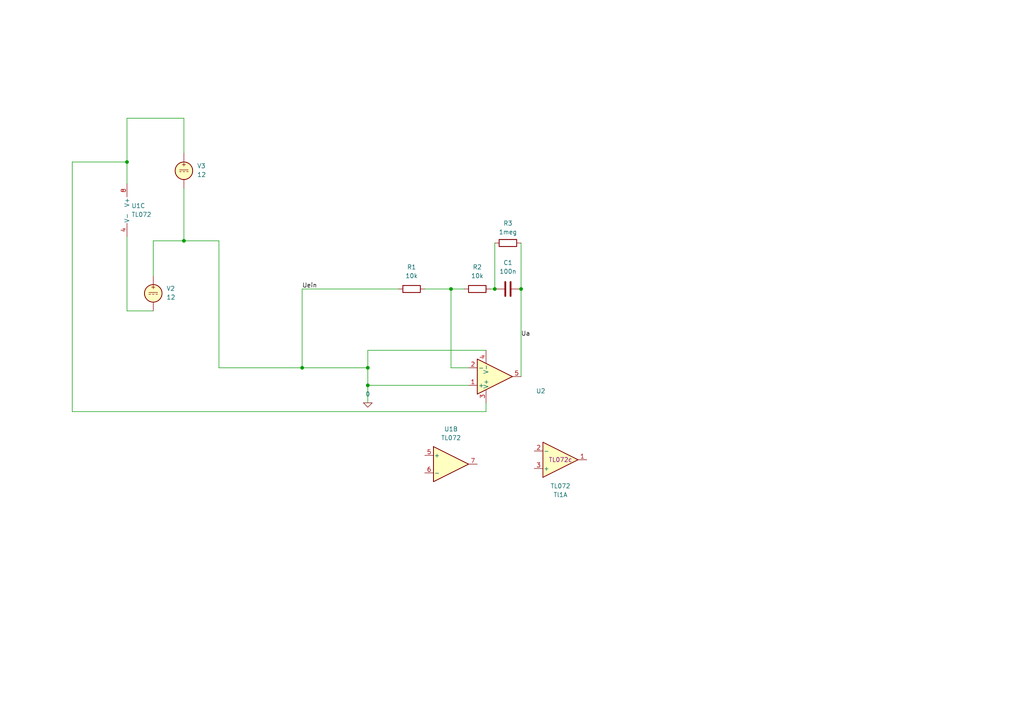
<source format=kicad_sch>
(kicad_sch (version 20230121) (generator eeschema)

  (uuid a0d6be7d-dc17-4140-af3a-dd06a84ffc83)

  (paper "A4")

  (lib_symbols
    (symbol "Amplifier_Operational:TL072" (pin_names (offset 0.127)) (in_bom yes) (on_board yes)
      (property "Reference" "U" (at 0 5.08 0)
        (effects (font (size 1.27 1.27)) (justify left))
      )
      (property "Value" "TL072" (at 0 -5.08 0)
        (effects (font (size 1.27 1.27)) (justify left))
      )
      (property "Footprint" "" (at 0 0 0)
        (effects (font (size 1.27 1.27)) hide)
      )
      (property "Datasheet" "http://www.ti.com/lit/ds/symlink/tl071.pdf" (at 0 0 0)
        (effects (font (size 1.27 1.27)) hide)
      )
      (property "ki_locked" "" (at 0 0 0)
        (effects (font (size 1.27 1.27)))
      )
      (property "ki_keywords" "dual opamp" (at 0 0 0)
        (effects (font (size 1.27 1.27)) hide)
      )
      (property "ki_description" "Dual Low-Noise JFET-Input Operational Amplifiers, DIP-8/SOIC-8" (at 0 0 0)
        (effects (font (size 1.27 1.27)) hide)
      )
      (property "ki_fp_filters" "SOIC*3.9x4.9mm*P1.27mm* DIP*W7.62mm* TO*99* OnSemi*Micro8* TSSOP*3x3mm*P0.65mm* TSSOP*4.4x3mm*P0.65mm* MSOP*3x3mm*P0.65mm* SSOP*3.9x4.9mm*P0.635mm* LFCSP*2x2mm*P0.5mm* *SIP* SOIC*5.3x6.2mm*P1.27mm*" (at 0 0 0)
        (effects (font (size 1.27 1.27)) hide)
      )
      (symbol "TL072_1_1"
        (polyline
          (pts
            (xy -5.08 5.08)
            (xy 5.08 0)
            (xy -5.08 -5.08)
            (xy -5.08 5.08)
          )
          (stroke (width 0.254) (type default))
          (fill (type background))
        )
        (pin output line (at 7.62 0 180) (length 2.54)
          (name "~" (effects (font (size 1.27 1.27))))
          (number "1" (effects (font (size 1.27 1.27))))
        )
        (pin input line (at -7.62 -2.54 0) (length 2.54)
          (name "-" (effects (font (size 1.27 1.27))))
          (number "2" (effects (font (size 1.27 1.27))))
        )
        (pin input line (at -7.62 2.54 0) (length 2.54)
          (name "+" (effects (font (size 1.27 1.27))))
          (number "3" (effects (font (size 1.27 1.27))))
        )
      )
      (symbol "TL072_2_1"
        (polyline
          (pts
            (xy -5.08 5.08)
            (xy 5.08 0)
            (xy -5.08 -5.08)
            (xy -5.08 5.08)
          )
          (stroke (width 0.254) (type default))
          (fill (type background))
        )
        (pin input line (at -7.62 2.54 0) (length 2.54)
          (name "+" (effects (font (size 1.27 1.27))))
          (number "5" (effects (font (size 1.27 1.27))))
        )
        (pin input line (at -7.62 -2.54 0) (length 2.54)
          (name "-" (effects (font (size 1.27 1.27))))
          (number "6" (effects (font (size 1.27 1.27))))
        )
        (pin output line (at 7.62 0 180) (length 2.54)
          (name "~" (effects (font (size 1.27 1.27))))
          (number "7" (effects (font (size 1.27 1.27))))
        )
      )
      (symbol "TL072_3_1"
        (pin power_in line (at -2.54 -7.62 90) (length 3.81)
          (name "V-" (effects (font (size 1.27 1.27))))
          (number "4" (effects (font (size 1.27 1.27))))
        )
        (pin power_in line (at -2.54 7.62 270) (length 3.81)
          (name "V+" (effects (font (size 1.27 1.27))))
          (number "8" (effects (font (size 1.27 1.27))))
        )
      )
    )
    (symbol "Device:C" (pin_numbers hide) (pin_names (offset 0.254)) (in_bom yes) (on_board yes)
      (property "Reference" "C" (at 0.635 2.54 0)
        (effects (font (size 1.27 1.27)) (justify left))
      )
      (property "Value" "C" (at 0.635 -2.54 0)
        (effects (font (size 1.27 1.27)) (justify left))
      )
      (property "Footprint" "" (at 0.9652 -3.81 0)
        (effects (font (size 1.27 1.27)) hide)
      )
      (property "Datasheet" "~" (at 0 0 0)
        (effects (font (size 1.27 1.27)) hide)
      )
      (property "ki_keywords" "cap capacitor" (at 0 0 0)
        (effects (font (size 1.27 1.27)) hide)
      )
      (property "ki_description" "Unpolarized capacitor" (at 0 0 0)
        (effects (font (size 1.27 1.27)) hide)
      )
      (property "ki_fp_filters" "C_*" (at 0 0 0)
        (effects (font (size 1.27 1.27)) hide)
      )
      (symbol "C_0_1"
        (polyline
          (pts
            (xy -2.032 -0.762)
            (xy 2.032 -0.762)
          )
          (stroke (width 0.508) (type default))
          (fill (type none))
        )
        (polyline
          (pts
            (xy -2.032 0.762)
            (xy 2.032 0.762)
          )
          (stroke (width 0.508) (type default))
          (fill (type none))
        )
      )
      (symbol "C_1_1"
        (pin passive line (at 0 3.81 270) (length 2.794)
          (name "~" (effects (font (size 1.27 1.27))))
          (number "1" (effects (font (size 1.27 1.27))))
        )
        (pin passive line (at 0 -3.81 90) (length 2.794)
          (name "~" (effects (font (size 1.27 1.27))))
          (number "2" (effects (font (size 1.27 1.27))))
        )
      )
    )
    (symbol "Device:R" (pin_numbers hide) (pin_names (offset 0)) (in_bom yes) (on_board yes)
      (property "Reference" "R" (at 2.032 0 90)
        (effects (font (size 1.27 1.27)))
      )
      (property "Value" "R" (at 0 0 90)
        (effects (font (size 1.27 1.27)))
      )
      (property "Footprint" "" (at -1.778 0 90)
        (effects (font (size 1.27 1.27)) hide)
      )
      (property "Datasheet" "~" (at 0 0 0)
        (effects (font (size 1.27 1.27)) hide)
      )
      (property "ki_keywords" "R res resistor" (at 0 0 0)
        (effects (font (size 1.27 1.27)) hide)
      )
      (property "ki_description" "Resistor" (at 0 0 0)
        (effects (font (size 1.27 1.27)) hide)
      )
      (property "ki_fp_filters" "R_*" (at 0 0 0)
        (effects (font (size 1.27 1.27)) hide)
      )
      (symbol "R_0_1"
        (rectangle (start -1.016 -2.54) (end 1.016 2.54)
          (stroke (width 0.254) (type default))
          (fill (type none))
        )
      )
      (symbol "R_1_1"
        (pin passive line (at 0 3.81 270) (length 1.27)
          (name "~" (effects (font (size 1.27 1.27))))
          (number "1" (effects (font (size 1.27 1.27))))
        )
        (pin passive line (at 0 -3.81 90) (length 1.27)
          (name "~" (effects (font (size 1.27 1.27))))
          (number "2" (effects (font (size 1.27 1.27))))
        )
      )
    )
    (symbol "Simulation_SPICE:0" (power) (pin_names (offset 0)) (in_bom yes) (on_board yes)
      (property "Reference" "#GND" (at 0 -2.54 0)
        (effects (font (size 1.27 1.27)) hide)
      )
      (property "Value" "0" (at 0 -1.778 0)
        (effects (font (size 1.27 1.27)))
      )
      (property "Footprint" "" (at 0 0 0)
        (effects (font (size 1.27 1.27)) hide)
      )
      (property "Datasheet" "~" (at 0 0 0)
        (effects (font (size 1.27 1.27)) hide)
      )
      (property "ki_keywords" "simulation" (at 0 0 0)
        (effects (font (size 1.27 1.27)) hide)
      )
      (property "ki_description" "0V reference potential for simulation" (at 0 0 0)
        (effects (font (size 1.27 1.27)) hide)
      )
      (symbol "0_0_1"
        (polyline
          (pts
            (xy -1.27 0)
            (xy 0 -1.27)
            (xy 1.27 0)
            (xy -1.27 0)
          )
          (stroke (width 0) (type default))
          (fill (type none))
        )
      )
      (symbol "0_1_1"
        (pin power_in line (at 0 0 0) (length 0) hide
          (name "0" (effects (font (size 1.016 1.016))))
          (number "1" (effects (font (size 1.016 1.016))))
        )
      )
    )
    (symbol "Simulation_SPICE:OPAMP" (pin_names (offset 0.254)) (in_bom yes) (on_board yes)
      (property "Reference" "U" (at 3.81 3.175 0)
        (effects (font (size 1.27 1.27)) (justify left))
      )
      (property "Value" "${SIM.PARAMS}" (at 3.81 -3.175 0)
        (effects (font (size 1.27 1.27)) (justify left))
      )
      (property "Footprint" "" (at 0 0 0)
        (effects (font (size 1.27 1.27)) hide)
      )
      (property "Datasheet" "~" (at 0 0 0)
        (effects (font (size 1.27 1.27)) hide)
      )
      (property "Sim.Pins" "1=in+ 2=in- 3=vcc 4=vee 5=out" (at 0 0 0)
        (effects (font (size 1.27 1.27)) hide)
      )
      (property "Sim.Device" "SUBCKT" (at 0 0 0)
        (effects (font (size 1.27 1.27)) (justify left) hide)
      )
      (property "Sim.Library" "${KICAD7_SYMBOL_DIR}/Simulation_SPICE.sp" (at 0 0 0)
        (effects (font (size 1.27 1.27)) hide)
      )
      (property "Sim.Name" "kicad_builtin_opamp" (at 0 0 0)
        (effects (font (size 1.27 1.27)) hide)
      )
      (property "ki_keywords" "simulation" (at 0 0 0)
        (effects (font (size 1.27 1.27)) hide)
      )
      (property "ki_description" "Operational amplifier, single, node sequence=1:+ 2:- 3:OUT 4:V+ 5:V-" (at 0 0 0)
        (effects (font (size 1.27 1.27)) hide)
      )
      (symbol "OPAMP_0_1"
        (polyline
          (pts
            (xy 5.08 0)
            (xy -5.08 5.08)
            (xy -5.08 -5.08)
            (xy 5.08 0)
          )
          (stroke (width 0.254) (type default))
          (fill (type background))
        )
      )
      (symbol "OPAMP_1_1"
        (pin input line (at -7.62 2.54 0) (length 2.54)
          (name "+" (effects (font (size 1.27 1.27))))
          (number "1" (effects (font (size 1.27 1.27))))
        )
        (pin input line (at -7.62 -2.54 0) (length 2.54)
          (name "-" (effects (font (size 1.27 1.27))))
          (number "2" (effects (font (size 1.27 1.27))))
        )
        (pin power_in line (at -2.54 7.62 270) (length 3.81)
          (name "V+" (effects (font (size 1.27 1.27))))
          (number "3" (effects (font (size 1.27 1.27))))
        )
        (pin power_in line (at -2.54 -7.62 90) (length 3.81)
          (name "V-" (effects (font (size 1.27 1.27))))
          (number "4" (effects (font (size 1.27 1.27))))
        )
        (pin output line (at 7.62 0 180) (length 2.54)
          (name "~" (effects (font (size 1.27 1.27))))
          (number "5" (effects (font (size 1.27 1.27))))
        )
      )
    )
    (symbol "Simulation_SPICE:VDC" (pin_numbers hide) (pin_names (offset 0.0254)) (in_bom yes) (on_board yes)
      (property "Reference" "V" (at 2.54 2.54 0)
        (effects (font (size 1.27 1.27)) (justify left))
      )
      (property "Value" "1" (at 2.54 0 0)
        (effects (font (size 1.27 1.27)) (justify left))
      )
      (property "Footprint" "" (at 0 0 0)
        (effects (font (size 1.27 1.27)) hide)
      )
      (property "Datasheet" "~" (at 0 0 0)
        (effects (font (size 1.27 1.27)) hide)
      )
      (property "Sim.Pins" "1=+ 2=-" (at 0 0 0)
        (effects (font (size 1.27 1.27)) hide)
      )
      (property "Sim.Type" "DC" (at 0 0 0)
        (effects (font (size 1.27 1.27)) hide)
      )
      (property "Sim.Device" "V" (at 0 0 0)
        (effects (font (size 1.27 1.27)) (justify left) hide)
      )
      (property "ki_keywords" "simulation" (at 0 0 0)
        (effects (font (size 1.27 1.27)) hide)
      )
      (property "ki_description" "Voltage source, DC" (at 0 0 0)
        (effects (font (size 1.27 1.27)) hide)
      )
      (symbol "VDC_0_0"
        (polyline
          (pts
            (xy -1.27 0.254)
            (xy 1.27 0.254)
          )
          (stroke (width 0) (type default))
          (fill (type none))
        )
        (polyline
          (pts
            (xy -0.762 -0.254)
            (xy -1.27 -0.254)
          )
          (stroke (width 0) (type default))
          (fill (type none))
        )
        (polyline
          (pts
            (xy 0.254 -0.254)
            (xy -0.254 -0.254)
          )
          (stroke (width 0) (type default))
          (fill (type none))
        )
        (polyline
          (pts
            (xy 1.27 -0.254)
            (xy 0.762 -0.254)
          )
          (stroke (width 0) (type default))
          (fill (type none))
        )
        (text "+" (at 0 1.905 0)
          (effects (font (size 1.27 1.27)))
        )
      )
      (symbol "VDC_0_1"
        (circle (center 0 0) (radius 2.54)
          (stroke (width 0.254) (type default))
          (fill (type background))
        )
      )
      (symbol "VDC_1_1"
        (pin passive line (at 0 5.08 270) (length 2.54)
          (name "~" (effects (font (size 1.27 1.27))))
          (number "1" (effects (font (size 1.27 1.27))))
        )
        (pin passive line (at 0 -5.08 90) (length 2.54)
          (name "~" (effects (font (size 1.27 1.27))))
          (number "2" (effects (font (size 1.27 1.27))))
        )
      )
    )
  )

  (junction (at 36.83 46.99) (diameter 0) (color 0 0 0 0)
    (uuid 17cd8f3c-dc7a-4cda-af86-16c33fb76914)
  )
  (junction (at 130.81 83.82) (diameter 0) (color 0 0 0 0)
    (uuid 1f35fd92-9f48-4cac-90cb-c38c084c738f)
  )
  (junction (at 106.68 106.68) (diameter 0) (color 0 0 0 0)
    (uuid 45e6dc63-ff16-4748-9cd2-1011946e72a3)
  )
  (junction (at 143.51 83.82) (diameter 0) (color 0 0 0 0)
    (uuid 46e9afc9-3a67-462b-b676-d767fabf4127)
  )
  (junction (at 53.34 69.85) (diameter 0) (color 0 0 0 0)
    (uuid 86252a3a-48c5-44c5-b7c2-a5f700e6abfb)
  )
  (junction (at 151.13 83.82) (diameter 0) (color 0 0 0 0)
    (uuid c007e36e-260c-4644-9520-201303029780)
  )
  (junction (at 87.63 106.68) (diameter 0) (color 0 0 0 0)
    (uuid cc3160a8-bafb-4e8a-bc64-91debfc21402)
  )
  (junction (at 106.68 111.76) (diameter 0) (color 0 0 0 0)
    (uuid e516277c-6c88-4af1-a7df-3ee067d8c257)
  )

  (wire (pts (xy 44.45 90.17) (xy 36.83 90.17))
    (stroke (width 0) (type default))
    (uuid 02f81055-2402-4705-92b7-ca64823c6e75)
  )
  (wire (pts (xy 142.24 83.82) (xy 143.51 83.82))
    (stroke (width 0) (type default))
    (uuid 0782005d-be72-4fc3-8519-b058e22bd0ae)
  )
  (wire (pts (xy 135.89 106.68) (xy 130.81 106.68))
    (stroke (width 0) (type default))
    (uuid 165f7539-cdb9-4671-af8a-ae2e5f916802)
  )
  (wire (pts (xy 140.97 116.84) (xy 140.97 119.38))
    (stroke (width 0) (type default))
    (uuid 381491f7-da1c-473b-9d93-649b3f2845a3)
  )
  (wire (pts (xy 106.68 101.6) (xy 106.68 106.68))
    (stroke (width 0) (type default))
    (uuid 3c7e9846-ff82-4885-b90b-35f4024cfe4a)
  )
  (wire (pts (xy 140.97 101.6) (xy 106.68 101.6))
    (stroke (width 0) (type default))
    (uuid 4e4105f7-cab8-49c3-a46a-43e60c99129f)
  )
  (wire (pts (xy 140.97 119.38) (xy 20.955 119.38))
    (stroke (width 0) (type default))
    (uuid 54b71afa-1176-46cc-b9c5-440cb3f5ea15)
  )
  (wire (pts (xy 106.68 106.68) (xy 87.63 106.68))
    (stroke (width 0) (type default))
    (uuid 55351f52-36da-4d3a-acba-ee89c4a42f66)
  )
  (wire (pts (xy 106.68 111.76) (xy 106.68 116.84))
    (stroke (width 0) (type default))
    (uuid 574781a6-846a-45f3-a62e-6595103c47cc)
  )
  (wire (pts (xy 36.83 46.99) (xy 36.83 53.34))
    (stroke (width 0) (type default))
    (uuid 68523cff-b321-4e52-8c47-2e2e2ec817e2)
  )
  (wire (pts (xy 143.51 70.485) (xy 143.51 83.82))
    (stroke (width 0) (type default))
    (uuid 6a519390-e982-4cd2-8562-50cf2a8afd1e)
  )
  (wire (pts (xy 87.63 83.82) (xy 87.63 106.68))
    (stroke (width 0) (type default))
    (uuid 7b9a8a62-81c0-4e81-a500-d2e449367006)
  )
  (wire (pts (xy 36.83 34.29) (xy 36.83 46.99))
    (stroke (width 0) (type default))
    (uuid 866e76a0-5915-497a-a54d-c31a96e519f0)
  )
  (wire (pts (xy 106.68 111.76) (xy 135.89 111.76))
    (stroke (width 0) (type default))
    (uuid 8894621d-c6b5-4777-93a2-e97201ba0788)
  )
  (wire (pts (xy 63.5 106.68) (xy 63.5 69.85))
    (stroke (width 0) (type default))
    (uuid 88c4765e-8d63-4515-8c93-24c48b0afbcb)
  )
  (wire (pts (xy 130.81 83.82) (xy 134.62 83.82))
    (stroke (width 0) (type default))
    (uuid 913c1c15-649b-46b0-a59e-47128f0b8f5d)
  )
  (wire (pts (xy 63.5 69.85) (xy 53.34 69.85))
    (stroke (width 0) (type default))
    (uuid 9296fdb7-fcdc-4fea-9812-f44b8bc846ba)
  )
  (wire (pts (xy 130.81 83.82) (xy 130.81 106.68))
    (stroke (width 0) (type default))
    (uuid a90e3185-ab4a-4a10-a728-d54356b80da2)
  )
  (wire (pts (xy 44.45 80.01) (xy 44.45 69.85))
    (stroke (width 0) (type default))
    (uuid ad6cc981-a97b-404e-a404-e7df8c271493)
  )
  (wire (pts (xy 123.19 83.82) (xy 130.81 83.82))
    (stroke (width 0) (type default))
    (uuid ae08ae5d-fde6-4ea2-9c83-1ddf062fd0a3)
  )
  (wire (pts (xy 44.45 69.85) (xy 53.34 69.85))
    (stroke (width 0) (type default))
    (uuid b64a0165-f491-4026-bc26-9fb3c938dc60)
  )
  (wire (pts (xy 151.13 83.82) (xy 151.13 109.22))
    (stroke (width 0) (type default))
    (uuid bc0c08c6-e1ec-4cc3-85f1-8d9d5a9c29f1)
  )
  (wire (pts (xy 53.34 34.29) (xy 36.83 34.29))
    (stroke (width 0) (type default))
    (uuid c8f142e7-1567-40cf-a7a7-4756f2621efc)
  )
  (wire (pts (xy 20.955 119.38) (xy 20.955 46.99))
    (stroke (width 0) (type default))
    (uuid d0b980c5-a379-4b9b-a3ae-f638a9409896)
  )
  (wire (pts (xy 115.57 83.82) (xy 87.63 83.82))
    (stroke (width 0) (type default))
    (uuid d4804765-a759-4ca5-ab4d-aa08192f3f80)
  )
  (wire (pts (xy 53.34 44.45) (xy 53.34 34.29))
    (stroke (width 0) (type default))
    (uuid dd00f2fc-04bc-4fff-ab5d-de5b9e3efe1a)
  )
  (wire (pts (xy 151.13 70.485) (xy 151.13 83.82))
    (stroke (width 0) (type default))
    (uuid e3c0d2aa-7040-47b3-bce4-74cb9a10abaf)
  )
  (wire (pts (xy 20.955 46.99) (xy 36.83 46.99))
    (stroke (width 0) (type default))
    (uuid e48b04bb-a576-4ca1-ac7b-642fcda01735)
  )
  (wire (pts (xy 36.83 68.58) (xy 36.83 90.17))
    (stroke (width 0) (type default))
    (uuid e57cc661-7e38-4384-9aec-a58b6150f77c)
  )
  (wire (pts (xy 53.34 69.85) (xy 53.34 54.61))
    (stroke (width 0) (type default))
    (uuid f47be158-df7a-4c81-83f0-b059b6cfaace)
  )
  (wire (pts (xy 106.68 106.68) (xy 106.68 111.76))
    (stroke (width 0) (type default))
    (uuid f5c62a2c-a711-4d7c-8535-dd3cd7063e91)
  )
  (wire (pts (xy 87.63 106.68) (xy 63.5 106.68))
    (stroke (width 0) (type default))
    (uuid fc99ac9c-f19c-4ca4-b3d5-97e85b38035d)
  )

  (label "Ua" (at 151.13 97.79 0) (fields_autoplaced)
    (effects (font (size 1.27 1.27)) (justify left bottom))
    (uuid 7e3df5a3-0ce2-4ada-a24c-f9458b09ddda)
  )
  (label "Uein" (at 87.63 83.82 0) (fields_autoplaced)
    (effects (font (size 1.27 1.27)) (justify left bottom))
    (uuid b1f9b521-b933-4abb-aa90-3d9ee656b9b3)
  )

  (symbol (lib_id "Device:C") (at 147.32 83.82 90) (unit 1)
    (in_bom yes) (on_board yes) (dnp no) (fields_autoplaced)
    (uuid 23a299bc-1994-4951-861f-8a8dd629ca8e)
    (property "Reference" "C1" (at 147.32 76.2 90)
      (effects (font (size 1.27 1.27)))
    )
    (property "Value" "100n" (at 147.32 78.74 90)
      (effects (font (size 1.27 1.27)))
    )
    (property "Footprint" "" (at 151.13 82.8548 0)
      (effects (font (size 1.27 1.27)) hide)
    )
    (property "Datasheet" "~" (at 147.32 83.82 0)
      (effects (font (size 1.27 1.27)) hide)
    )
    (property "Sim.Device" "C" (at 147.32 83.82 0)
      (effects (font (size 1.27 1.27)) hide)
    )
    (property "Sim.Pins" "1=+ 2=-" (at 147.32 83.82 0)
      (effects (font (size 1.27 1.27)) hide)
    )
    (pin "1" (uuid d00bca0d-59e2-4e4d-ba35-8205131f2944))
    (pin "2" (uuid c5f77afa-fd04-465d-9a15-4854044b273e))
    (instances
      (project "pifilter"
        (path "/a0d6be7d-dc17-4140-af3a-dd06a84ffc83"
          (reference "C1") (unit 1)
        )
      )
    )
  )

  (symbol (lib_id "Device:R") (at 147.32 70.485 90) (unit 1)
    (in_bom yes) (on_board yes) (dnp no) (fields_autoplaced)
    (uuid 41b9500d-9cf3-424b-b684-0e6d60f8cc1d)
    (property "Reference" "R3" (at 147.32 64.77 90)
      (effects (font (size 1.27 1.27)))
    )
    (property "Value" "1meg" (at 147.32 67.31 90)
      (effects (font (size 1.27 1.27)))
    )
    (property "Footprint" "" (at 147.32 72.263 90)
      (effects (font (size 1.27 1.27)) hide)
    )
    (property "Datasheet" "~" (at 147.32 70.485 0)
      (effects (font (size 1.27 1.27)) hide)
    )
    (pin "2" (uuid b8c979fd-4109-4f4d-9a90-6d7bb7dfb4d4))
    (pin "1" (uuid aa5f2a89-0c72-4f18-89cc-95f977245b0e))
    (instances
      (project "pifilter"
        (path "/a0d6be7d-dc17-4140-af3a-dd06a84ffc83"
          (reference "R3") (unit 1)
        )
      )
    )
  )

  (symbol (lib_id "Simulation_SPICE:VDC") (at 44.45 85.09 0) (unit 1)
    (in_bom yes) (on_board yes) (dnp no) (fields_autoplaced)
    (uuid 4a9780d9-4abb-4bb7-b1d5-8668617a5cbe)
    (property "Reference" "V2" (at 48.26 83.6902 0)
      (effects (font (size 1.27 1.27)) (justify left))
    )
    (property "Value" "12" (at 48.26 86.2302 0)
      (effects (font (size 1.27 1.27)) (justify left))
    )
    (property "Footprint" "" (at 44.45 85.09 0)
      (effects (font (size 1.27 1.27)) hide)
    )
    (property "Datasheet" "~" (at 44.45 85.09 0)
      (effects (font (size 1.27 1.27)) hide)
    )
    (property "Sim.Pins" "1=+ 2=-" (at 44.45 85.09 0)
      (effects (font (size 1.27 1.27)) hide)
    )
    (property "Sim.Type" "DC" (at 44.45 85.09 0)
      (effects (font (size 1.27 1.27)) hide)
    )
    (property "Sim.Device" "V" (at 44.45 85.09 0)
      (effects (font (size 1.27 1.27)) (justify left) hide)
    )
    (pin "2" (uuid 1f848146-83f7-40b4-be5f-39220f8c7245))
    (pin "1" (uuid 5b853a9f-44f8-46ad-ada1-478ca37e9f15))
    (instances
      (project "pifilter"
        (path "/a0d6be7d-dc17-4140-af3a-dd06a84ffc83"
          (reference "V2") (unit 1)
        )
      )
    )
  )

  (symbol (lib_id "Simulation_SPICE:0") (at 106.68 116.84 0) (unit 1)
    (in_bom yes) (on_board yes) (dnp no) (fields_autoplaced)
    (uuid 5bb1830c-0dea-47f2-930d-de68e243c162)
    (property "Reference" "#GND01" (at 106.68 119.38 0)
      (effects (font (size 1.27 1.27)) hide)
    )
    (property "Value" "0" (at 106.68 114.3 0)
      (effects (font (size 1.27 1.27)))
    )
    (property "Footprint" "" (at 106.68 116.84 0)
      (effects (font (size 1.27 1.27)) hide)
    )
    (property "Datasheet" "~" (at 106.68 116.84 0)
      (effects (font (size 1.27 1.27)) hide)
    )
    (pin "1" (uuid 15725f75-be4e-465a-bf2e-44548a095aff))
    (instances
      (project "pifilter"
        (path "/a0d6be7d-dc17-4140-af3a-dd06a84ffc83"
          (reference "#GND01") (unit 1)
        )
      )
    )
  )

  (symbol (lib_id "Amplifier_Operational:TL072") (at 162.56 133.35 0) (mirror x) (unit 1)
    (in_bom yes) (on_board yes) (dnp no)
    (uuid 8a6be6ca-4e6a-4271-a512-d333f9756d33)
    (property "Reference" "Tl1" (at 162.56 143.51 0)
      (effects (font (size 1.27 1.27)))
    )
    (property "Value" "TL072" (at 162.56 140.97 0)
      (effects (font (size 1.27 1.27)))
    )
    (property "Footprint" "" (at 162.56 133.35 0)
      (effects (font (size 1.27 1.27)))
    )
    (property "Datasheet" "http://www.ti.com/lit/ds/symlink/tl071.pdf" (at 162.56 133.35 0)
      (effects (font (size 1.27 1.27)) hide)
    )
    (property "Sim.Library" "TL072-dual.lib" (at 162.56 133.35 0)
      (effects (font (size 1.27 1.27)) hide)
    )
    (property "Sim.Name" "TL072c" (at 162.56 133.35 0)
      (effects (font (size 1.27 1.27)))
    )
    (property "Sim.Device" "SUBCKT" (at 162.56 133.35 0)
      (effects (font (size 1.27 1.27)) hide)
    )
    (property "Sim.Pins" "1=1out 2=1in- 3=1in+ 4=vcc- 5=2in+ 6=2in- 7=2out 8=vcc+" (at 162.56 133.35 0)
      (effects (font (size 1.27 1.27)) hide)
    )
    (pin "6" (uuid e97b4e80-c86f-40ec-94ac-bda6530dd91b))
    (pin "7" (uuid e83e4ad7-9af9-490a-8b57-4003a274409d))
    (pin "4" (uuid 03333a13-bce2-4c00-b1b3-17755a633886))
    (pin "1" (uuid 0f5315bc-abbc-41ac-b83b-fe2368ea5423))
    (pin "8" (uuid 3b300f1b-aebf-4ebf-b5b1-d6b6aff98559))
    (pin "3" (uuid 2de5c83a-586b-412b-80dd-d4726ad20019))
    (pin "2" (uuid 4cdc15e4-4b05-4354-8074-b13eeeb7a7c7))
    (pin "5" (uuid 12a8597b-ccd2-487d-914e-077f39243c2f))
    (instances
      (project "pifilter"
        (path "/a0d6be7d-dc17-4140-af3a-dd06a84ffc83"
          (reference "Tl1") (unit 1)
        )
      )
    )
  )

  (symbol (lib_id "Simulation_SPICE:OPAMP") (at 143.51 109.22 0) (mirror x) (unit 1)
    (in_bom yes) (on_board yes) (dnp no)
    (uuid 9ff66638-4e95-40c4-96ef-7ae6a41e127f)
    (property "Reference" "U2" (at 156.845 113.4109 0)
      (effects (font (size 1.27 1.27)))
    )
    (property "Value" "${SIM.PARAMS}" (at 156.845 110.8709 0)
      (effects (font (size 1.27 1.27)))
    )
    (property "Footprint" "" (at 143.51 109.22 0)
      (effects (font (size 1.27 1.27)) hide)
    )
    (property "Datasheet" "~" (at 143.51 109.22 0)
      (effects (font (size 1.27 1.27)) hide)
    )
    (property "Sim.Pins" "1=in+ 2=in- 3=vcc 4=vee 5=out" (at 143.51 109.22 0)
      (effects (font (size 1.27 1.27)) hide)
    )
    (property "Sim.Device" "SUBCKT" (at 143.51 109.22 0)
      (effects (font (size 1.27 1.27)) (justify left) hide)
    )
    (property "Sim.Library" "${KICAD7_SYMBOL_DIR}/Simulation_SPICE.sp" (at 143.51 109.22 0)
      (effects (font (size 1.27 1.27)) hide)
    )
    (property "Sim.Name" "kicad_builtin_opamp" (at 143.51 109.22 0)
      (effects (font (size 1.27 1.27)) hide)
    )
    (pin "5" (uuid a7661c72-ad5e-44c8-af3f-f07f057ee38d))
    (pin "4" (uuid 3e0582ba-b665-45d0-b72f-540005d098c3))
    (pin "1" (uuid b7a1cd72-47cb-44b4-a734-c0287404a839))
    (pin "3" (uuid fb643228-bf7c-4feb-9edf-b0db3666158b))
    (pin "2" (uuid 836f49a2-2c8c-4313-9c9b-e857926dd9c1))
    (instances
      (project "pifilter"
        (path "/a0d6be7d-dc17-4140-af3a-dd06a84ffc83"
          (reference "U2") (unit 1)
        )
      )
    )
  )

  (symbol (lib_id "Simulation_SPICE:VDC") (at 53.34 49.53 0) (unit 1)
    (in_bom yes) (on_board yes) (dnp no) (fields_autoplaced)
    (uuid aac2a6bf-a83a-45d9-8415-26aac6f2d3e6)
    (property "Reference" "V3" (at 57.15 48.1302 0)
      (effects (font (size 1.27 1.27)) (justify left))
    )
    (property "Value" "12" (at 57.15 50.6702 0)
      (effects (font (size 1.27 1.27)) (justify left))
    )
    (property "Footprint" "" (at 53.34 49.53 0)
      (effects (font (size 1.27 1.27)) hide)
    )
    (property "Datasheet" "~" (at 53.34 49.53 0)
      (effects (font (size 1.27 1.27)) hide)
    )
    (property "Sim.Pins" "1=+ 2=-" (at 53.34 49.53 0)
      (effects (font (size 1.27 1.27)) hide)
    )
    (property "Sim.Type" "DC" (at 53.34 49.53 0)
      (effects (font (size 1.27 1.27)) hide)
    )
    (property "Sim.Device" "V" (at 53.34 49.53 0)
      (effects (font (size 1.27 1.27)) (justify left) hide)
    )
    (pin "2" (uuid f0671fb6-8fed-4f69-935a-606c40236b77))
    (pin "1" (uuid c2aa18d2-dced-45c1-a4e9-b1acc9c412fe))
    (instances
      (project "pifilter"
        (path "/a0d6be7d-dc17-4140-af3a-dd06a84ffc83"
          (reference "V3") (unit 1)
        )
      )
    )
  )

  (symbol (lib_id "Device:R") (at 119.38 83.82 90) (unit 1)
    (in_bom yes) (on_board yes) (dnp no) (fields_autoplaced)
    (uuid af979050-c4a8-4a3b-9f6a-9ebda04ab292)
    (property "Reference" "R1" (at 119.38 77.47 90)
      (effects (font (size 1.27 1.27)))
    )
    (property "Value" "10k" (at 119.38 80.01 90)
      (effects (font (size 1.27 1.27)))
    )
    (property "Footprint" "" (at 119.38 85.598 90)
      (effects (font (size 1.27 1.27)) hide)
    )
    (property "Datasheet" "~" (at 119.38 83.82 0)
      (effects (font (size 1.27 1.27)) hide)
    )
    (pin "2" (uuid 1bc8296c-56e4-4382-893c-3095d961ad54))
    (pin "1" (uuid 5f6878f6-c8b8-416e-9cac-ccb5267f8bba))
    (instances
      (project "pifilter"
        (path "/a0d6be7d-dc17-4140-af3a-dd06a84ffc83"
          (reference "R1") (unit 1)
        )
      )
    )
  )

  (symbol (lib_id "Amplifier_Operational:TL072") (at 39.37 60.96 0) (unit 3)
    (in_bom yes) (on_board yes) (dnp no) (fields_autoplaced)
    (uuid d3128ffc-ea09-409b-ac88-0e4686dfff11)
    (property "Reference" "U1" (at 38.1 59.69 0)
      (effects (font (size 1.27 1.27)) (justify left))
    )
    (property "Value" "TL072" (at 38.1 62.23 0)
      (effects (font (size 1.27 1.27)) (justify left))
    )
    (property "Footprint" "" (at 39.37 60.96 0)
      (effects (font (size 1.27 1.27)) hide)
    )
    (property "Datasheet" "http://www.ti.com/lit/ds/symlink/tl071.pdf" (at 39.37 60.96 0)
      (effects (font (size 1.27 1.27)) hide)
    )
    (property "Sim.Library" "TL072-dual.lib" (at 39.37 60.96 0)
      (effects (font (size 1.27 1.27)) hide)
    )
    (property "Sim.Name" "TL072c" (at 39.37 60.96 0)
      (effects (font (size 1.27 1.27)) hide)
    )
    (property "Sim.Device" "SUBCKT" (at 39.37 60.96 0)
      (effects (font (size 1.27 1.27)) hide)
    )
    (property "Sim.Pins" "1=1out 2=1in- 3=1in+ 4=vcc- 5=2in+ 6=2in- 7=2out 8=vcc+" (at 39.37 60.96 0)
      (effects (font (size 1.27 1.27)) hide)
    )
    (pin "6" (uuid e97b4e80-c86f-40ec-94ac-bda6530dd91c))
    (pin "7" (uuid e83e4ad7-9af9-490a-8b57-4003a274409e))
    (pin "4" (uuid 03333a13-bce2-4c00-b1b3-17755a633887))
    (pin "1" (uuid 0ec23d32-ff66-4a85-b392-eea22fe4fa9e))
    (pin "8" (uuid 3b300f1b-aebf-4ebf-b5b1-d6b6aff9855a))
    (pin "3" (uuid 04c1720a-13a5-4915-a568-e17c707e7014))
    (pin "2" (uuid d93d3fc5-9740-4246-ac43-82bf2310413c))
    (pin "5" (uuid 12a8597b-ccd2-487d-914e-077f39243c30))
    (instances
      (project "pifilter"
        (path "/a0d6be7d-dc17-4140-af3a-dd06a84ffc83"
          (reference "U1") (unit 3)
        )
      )
    )
  )

  (symbol (lib_id "Amplifier_Operational:TL072") (at 130.81 134.62 0) (unit 2)
    (in_bom yes) (on_board yes) (dnp no) (fields_autoplaced)
    (uuid d87ca06a-2c2b-4661-97ab-693a5de0577d)
    (property "Reference" "U1" (at 130.81 124.46 0)
      (effects (font (size 1.27 1.27)))
    )
    (property "Value" "TL072" (at 130.81 127 0)
      (effects (font (size 1.27 1.27)))
    )
    (property "Footprint" "" (at 130.81 134.62 0)
      (effects (font (size 1.27 1.27)) hide)
    )
    (property "Datasheet" "http://www.ti.com/lit/ds/symlink/tl071.pdf" (at 130.81 134.62 0)
      (effects (font (size 1.27 1.27)) hide)
    )
    (property "Sim.Library" "TL072-dual.lib" (at 130.81 134.62 0)
      (effects (font (size 1.27 1.27)) hide)
    )
    (property "Sim.Name" "TL072c" (at 130.81 134.62 0)
      (effects (font (size 1.27 1.27)) hide)
    )
    (property "Sim.Device" "SUBCKT" (at 130.81 134.62 0)
      (effects (font (size 1.27 1.27)) hide)
    )
    (property "Sim.Pins" "1=1out 2=1in- 3=1in+ 4=vcc- 5=2in+ 6=2in- 7=2out 8=vcc+" (at 130.81 134.62 0)
      (effects (font (size 1.27 1.27)) hide)
    )
    (pin "6" (uuid e97b4e80-c86f-40ec-94ac-bda6530dd91d))
    (pin "7" (uuid e83e4ad7-9af9-490a-8b57-4003a274409f))
    (pin "4" (uuid 03333a13-bce2-4c00-b1b3-17755a633888))
    (pin "1" (uuid 0ec23d32-ff66-4a85-b392-eea22fe4fa9f))
    (pin "8" (uuid 3b300f1b-aebf-4ebf-b5b1-d6b6aff9855b))
    (pin "3" (uuid 04c1720a-13a5-4915-a568-e17c707e7015))
    (pin "2" (uuid d93d3fc5-9740-4246-ac43-82bf2310413d))
    (pin "5" (uuid 12a8597b-ccd2-487d-914e-077f39243c31))
    (instances
      (project "pifilter"
        (path "/a0d6be7d-dc17-4140-af3a-dd06a84ffc83"
          (reference "U1") (unit 2)
        )
      )
    )
  )

  (symbol (lib_id "Device:R") (at 138.43 83.82 90) (unit 1)
    (in_bom yes) (on_board yes) (dnp no) (fields_autoplaced)
    (uuid dad6ee8d-60e2-4f58-8269-e49a1915216a)
    (property "Reference" "R2" (at 138.43 77.47 90)
      (effects (font (size 1.27 1.27)))
    )
    (property "Value" "10k" (at 138.43 80.01 90)
      (effects (font (size 1.27 1.27)))
    )
    (property "Footprint" "" (at 138.43 85.598 90)
      (effects (font (size 1.27 1.27)) hide)
    )
    (property "Datasheet" "~" (at 138.43 83.82 0)
      (effects (font (size 1.27 1.27)) hide)
    )
    (pin "2" (uuid 941b087c-c3e9-4531-9090-7452384a16af))
    (pin "1" (uuid 57e5a802-2136-40d5-b940-637dd1514a42))
    (instances
      (project "pifilter"
        (path "/a0d6be7d-dc17-4140-af3a-dd06a84ffc83"
          (reference "R2") (unit 1)
        )
      )
    )
  )

  (sheet_instances
    (path "/" (page "1"))
  )
)

</source>
